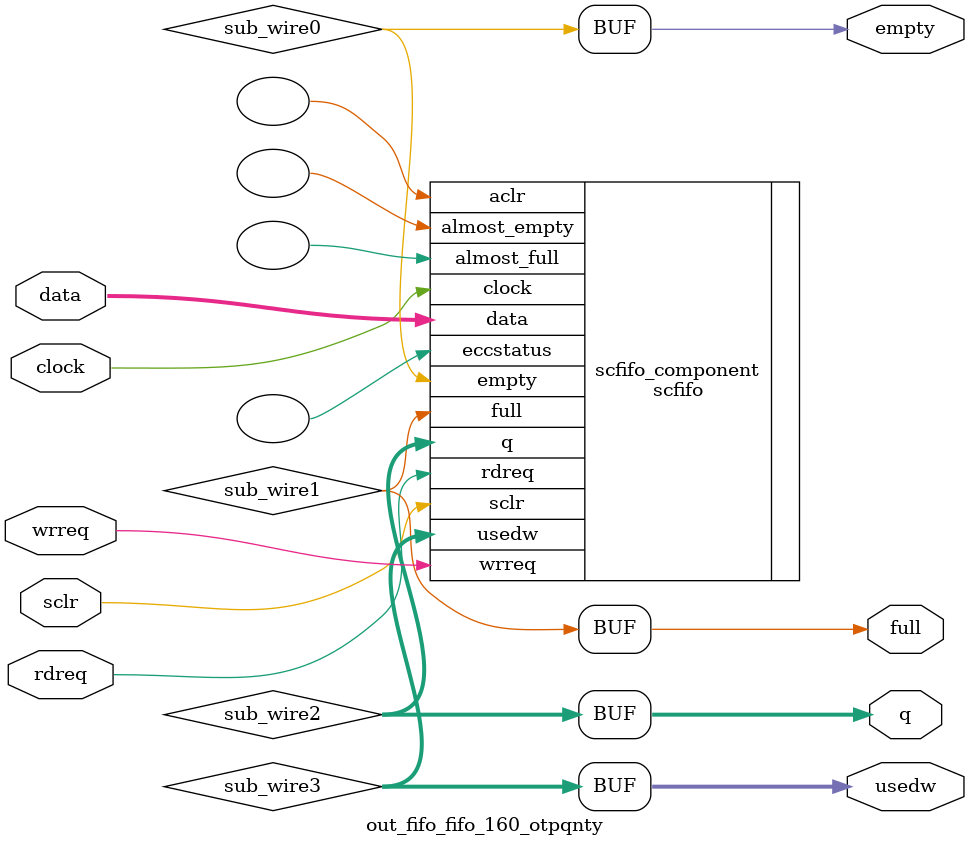
<source format=v>



`timescale 1 ps / 1 ps
// synopsys translate_on
module  out_fifo_fifo_160_otpqnty  (
    clock,
    data,
    rdreq,
    sclr,
    wrreq,
    empty,
    full,
    q,
    usedw);

    input    clock;
    input  [7:0]  data;
    input    rdreq;
    input    sclr;
    input    wrreq;
    output   empty;
    output   full;
    output [7:0]  q;
    output [12:0]  usedw;

    wire  sub_wire0;
    wire  sub_wire1;
    wire [7:0] sub_wire2;
    wire [12:0] sub_wire3;
    wire  empty = sub_wire0;
    wire  full = sub_wire1;
    wire [7:0] q = sub_wire2[7:0];
    wire [12:0] usedw = sub_wire3[12:0];

    scfifo  scfifo_component (
                .clock (clock),
                .data (data),
                .rdreq (rdreq),
                .sclr (sclr),
                .wrreq (wrreq),
                .empty (sub_wire0),
                .full (sub_wire1),
                .q (sub_wire2),
                .usedw (sub_wire3),
                .aclr (),
                .almost_empty (),
                .almost_full (),
                .eccstatus ());
    defparam
        scfifo_component.add_ram_output_register  = "ON",
        scfifo_component.enable_ecc  = "FALSE",
        scfifo_component.intended_device_family  = "Arria 10",
        scfifo_component.lpm_numwords  = 8192,
        scfifo_component.lpm_showahead  = "OFF",
        scfifo_component.lpm_type  = "scfifo",
        scfifo_component.lpm_width  = 8,
        scfifo_component.lpm_widthu  = 13,
        scfifo_component.overflow_checking  = "ON",
        scfifo_component.underflow_checking  = "ON",
        scfifo_component.use_eab  = "ON";


endmodule



</source>
